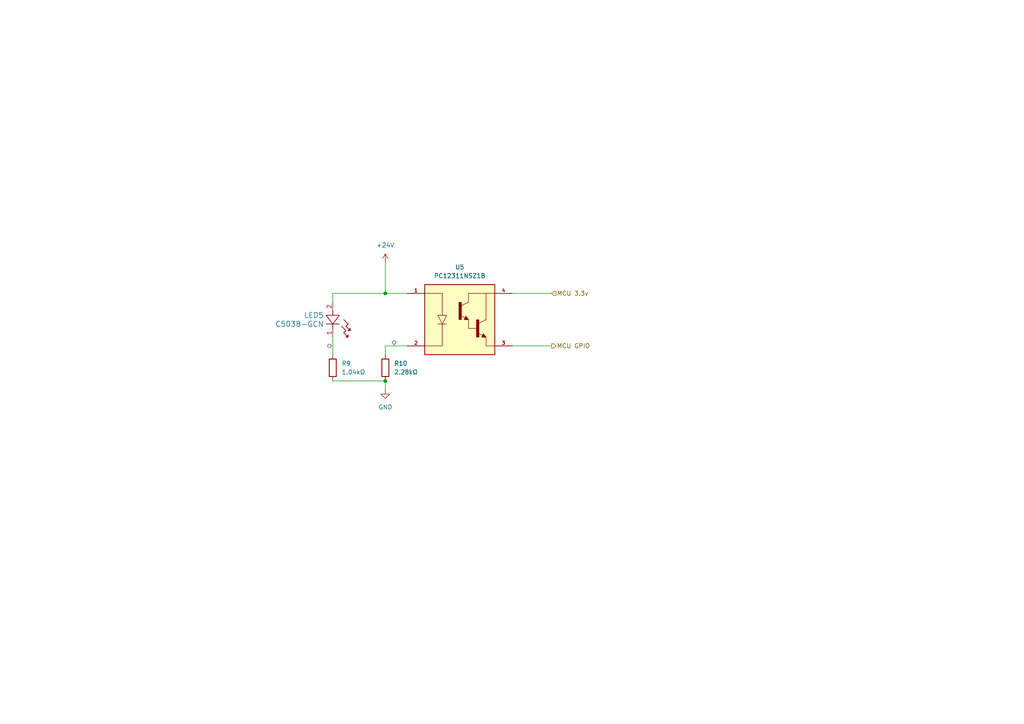
<source format=kicad_sch>
(kicad_sch (version 20230121) (generator eeschema)
  (paper "A4")
  (lib_symbols
    (symbol "CreeLED Green:C503B-GCN-CY0C0792" (pin_names (offset 0.254))
      (property "Reference" "LED" (at 5.08 -4.445 0))
      (property "Value" "C503B-GCN" (at 5.08 -7.62 0))
      (symbol "C503B-GCN-CY0C0792_1_1"
        (polyline (pts (xy 2.54 0) (xy 3.4798 0)) (stroke (width 0.2032)))
        (polyline (pts (xy 3.175 0) (xy 3.81 0)) (stroke (width 0.2032)))
        (polyline (pts (xy 3.81 -1.905) (xy 6.35 0)) (stroke (width 0.2032)))
        (polyline (pts (xy 3.81 1.905) (xy 3.81 -1.905)) (stroke (width 0.2032)))
        (polyline (pts (xy 5.08 3.175) (xy 6.35 4.445)) (stroke (width 0.2032)))
        (polyline (pts (xy 6.35 -1.905) (xy 6.35 1.905)) (stroke (width 0.2032)))
        (polyline (pts (xy 6.35 0) (xy 3.81 1.905)) (stroke (width 0.2032)))
        (polyline (pts (xy 6.35 0) (xy 7.62 0)) (stroke (width 0.2032)))
        (polyline (pts (xy 6.35 4.445) (xy 6.985 3.81)) (stroke (width 0.2032)))
        (polyline (pts (xy 6.985 2.54) (xy 8.255 3.81)) (stroke (width 0.2032)))
        (polyline (pts (xy 6.985 3.81) (xy 8.255 5.08)) (stroke (width 0.2032)))
        (polyline (pts (xy 7.62 5.08) (xy 8.255 4.445)) (stroke (width 0.2032)))
        (polyline (pts (xy 8.255 3.81) (xy 8.89 3.175)) (stroke (width 0.2032)))
        (polyline (pts (xy 8.255 4.445) (xy 8.255 5.08)) (stroke (width 0.2032)))
        (polyline (pts (xy 8.255 5.08) (xy 7.62 5.08)) (stroke (width 0.2032)))
        (polyline (pts (xy 8.89 3.175) (xy 10.16 4.445)) (stroke (width 0.2032)))
        (polyline (pts (xy 9.525 4.445) (xy 10.16 3.81)) (stroke (width 0.2032)))
        (polyline (pts (xy 10.16 3.81) (xy 10.16 4.445)) (stroke (width 0.2032)))
        (polyline (pts (xy 10.16 4.445) (xy 9.525 4.445)) (stroke (width 0.2032)))
        (pin unspecified line (at 10.16 0 180) (length 2.54) (name "") (number "1"))
        (pin unspecified line (at 0 0 0) (length 2.54) (name "") (number "2"))
      )
      (symbol "C503B-GCN-CY0C0792_1_2"
        (polyline (pts (xy -5.08 7.62) (xy -4.445 8.255)) (stroke (width 0.2032)))
        (polyline (pts (xy -5.08 8.255) (xy -5.08 7.62)) (stroke (width 0.2032)))
        (polyline (pts (xy -4.445 6.35) (xy -3.81 6.985)) (stroke (width 0.2032)))
        (polyline (pts (xy -4.445 8.255) (xy -5.08 8.255)) (stroke (width 0.2032)))
        (polyline (pts (xy -4.445 9.525) (xy -3.81 10.16)) (stroke (width 0.2032)))
        (polyline (pts (xy -4.445 10.16) (xy -4.445 9.525)) (stroke (width 0.2032)))
        (polyline (pts (xy -3.81 6.985) (xy -5.08 8.255)) (stroke (width 0.2032)))
        (polyline (pts (xy -3.81 8.255) (xy -3.175 8.89)) (stroke (width 0.2032)))
        (polyline (pts (xy -3.81 10.16) (xy -4.445 10.16)) (stroke (width 0.2032)))
        (polyline (pts (xy -3.175 5.08) (xy -4.445 6.35)) (stroke (width 0.2032)))
        (polyline (pts (xy -3.175 8.89) (xy -4.445 10.16)) (stroke (width 0.2032)))
        (polyline (pts (xy -2.54 6.985) (xy -3.81 8.255)) (stroke (width 0.2032)))
        (polyline (pts (xy -1.905 3.81) (xy 1.905 3.81)) (stroke (width 0.2032)))
        (polyline (pts (xy 0 2.54) (xy 0 3.4798)) (stroke (width 0.2032)))
        (polyline (pts (xy 0 3.175) (xy 0 3.81)) (stroke (width 0.2032)))
        (polyline (pts (xy 0 6.35) (xy -1.905 3.81)) (stroke (width 0.2032)))
        (polyline (pts (xy 0 6.35) (xy 0 7.62)) (stroke (width 0.2032)))
        (polyline (pts (xy 1.905 3.81) (xy 0 6.35)) (stroke (width 0.2032)))
        (polyline (pts (xy 1.905 6.35) (xy -1.905 6.35)) (stroke (width 0.2032)))
        (pin unspecified line (at 0 10.16 270) (length 2.54) (name "") (number "1"))
        (pin unspecified line (at 0 0 90) (length 2.54) (name "") (number "2"))
      )
    )
    (symbol "Device:R" (pin_numbers hide) (pin_names (offset 0))
      (property "Reference" "R" (at 2.032 0 90))
      (property "Value" "R" (at 0 0 90))
      (symbol "R_0_1"
        (rectangle (start -1.016 -2.54) (end 1.016 2.54) (stroke (width 0.254)))
      )
      (symbol "R_1_1"
        (pin passive line (at 0 3.81 270) (length 1.27) (name "~") (number "1"))
        (pin passive line (at 0 -3.81 90) (length 1.27) (name "~") (number "2"))
      )
    )
    (symbol "PC12311NSZ1B:PC12311NSZ1B"
      (property "Reference" "U" (at -11.43 12.7 0))
      (property "Value" "PC12311NSZ1B" (at -11.43 -10.16 0))
      (symbol "PC12311NSZ1B_0_0"
        (rectangle (start -11.43 11.43) (end 8.89 -8.89) (stroke (width 0.254)) (fill (type background)))
        (rectangle (start -1.524 1.27) (end -0.762 6.35) (stroke (width 0.1)) (fill (type outline)))
        (polyline (pts (xy -8.89 -6.35) (xy -11.43 -6.35)) (stroke (width 0.1524)))
        (polyline (pts (xy -8.89 8.89) (xy -11.43 8.89)) (stroke (width 0.1524)))
        (polyline (pts (xy -7.62 2.54) (xy -6.35 0)) (stroke (width 0.1524)))
        (polyline (pts (xy -6.35 -6.35) (xy -8.89 -6.35)) (stroke (width 0.1524)))
        (polyline (pts (xy -6.35 0) (xy -7.62 0)) (stroke (width 0.1524)))
        (polyline (pts (xy -6.35 0) (xy -6.35 -6.35)) (stroke (width 0.1524)))
        (polyline (pts (xy -6.35 0) (xy -5.08 2.54)) (stroke (width 0.1524)))
        (polyline (pts (xy -6.35 2.54) (xy -7.62 2.54)) (stroke (width 0.1524)))
        (polyline (pts (xy -6.35 2.54) (xy -6.35 8.89)) (stroke (width 0.1524)))
        (polyline (pts (xy -6.35 8.89) (xy -8.89 8.89)) (stroke (width 0.1524)))
        (polyline (pts (xy -5.08 0) (xy -6.35 0)) (stroke (width 0.1524)))
        (polyline (pts (xy -5.08 2.54) (xy -6.35 2.54)) (stroke (width 0.1524)))
        (polyline (pts (xy 0 1.27) (xy 0.508 2.286)) (stroke (width 0.1524)))
        (polyline (pts (xy 0.254 1.397) (xy 1.016 1.397)) (stroke (width 0.254)))
        (polyline (pts (xy 0.254 1.524) (xy 0.635 1.524)) (stroke (width 0.254)))
        (polyline (pts (xy 0.27 1.77) (xy -0.962 2.386)) (stroke (width 0.1524)))
        (polyline (pts (xy 0.508 2.032) (xy 0.254 1.524)) (stroke (width 0.254)))
        (polyline (pts (xy 0.508 2.286) (xy 1.27 1.27)) (stroke (width 0.1524)))
        (polyline (pts (xy 0.635 1.524) (xy 0.508 1.778)) (stroke (width 0.254)))
        (polyline (pts (xy 1.016 1.397) (xy 0.508 2.032)) (stroke (width 0.254)))
        (polyline (pts (xy 1.27 -1.27) (xy 3.81 -1.27)) (stroke (width 0.1524)))
        (polyline (pts (xy 1.27 1.27) (xy 0 1.27)) (stroke (width 0.1524)))
        (polyline (pts (xy 1.27 1.27) (xy 1.27 -1.27)) (stroke (width 0.1524)))
        (polyline (pts (xy 1.27 6.35) (xy -0.762 5.334)) (stroke (width 0.1524)))
        (polyline (pts (xy 1.27 6.35) (xy 1.27 8.89)) (stroke (width 0.1524)))
        (polyline (pts (xy 1.27 8.89) (xy 6.35 8.89)) (stroke (width 0.1524)))
        (polyline (pts (xy 5.08 -3.81) (xy 5.588 -2.794)) (stroke (width 0.1524)))
        (polyline (pts (xy 5.334 -3.683) (xy 6.096 -3.683)) (stroke (width 0.254)))
        (polyline (pts (xy 5.334 -3.556) (xy 5.715 -3.556)) (stroke (width 0.254)))
        (polyline (pts (xy 5.35 -3.31) (xy 4.118 -2.694)) (stroke (width 0.1524)))
        (polyline (pts (xy 5.588 -3.048) (xy 5.334 -3.556)) (stroke (width 0.254)))
        (polyline (pts (xy 5.588 -2.794) (xy 6.35 -3.81)) (stroke (width 0.1524)))
        (polyline (pts (xy 5.715 -3.556) (xy 5.588 -3.302)) (stroke (width 0.254)))
        (polyline (pts (xy 6.096 -3.683) (xy 5.588 -3.048)) (stroke (width 0.254)))
        (polyline (pts (xy 6.35 -6.35) (xy 8.89 -6.35)) (stroke (width 0.1524)))
        (polyline (pts (xy 6.35 -3.81) (xy 5.08 -3.81)) (stroke (width 0.1524)))
        (polyline (pts (xy 6.35 -3.81) (xy 6.35 -6.35)) (stroke (width 0.1524)))
        (polyline (pts (xy 6.35 1.27) (xy 4.318 0.254)) (stroke (width 0.1524)))
        (polyline (pts (xy 6.35 1.27) (xy 6.35 8.89)) (stroke (width 0.1524)))
        (polyline (pts (xy 6.35 8.89) (xy 8.89 8.89)) (stroke (width 0.1524)))
        (rectangle (start 3.556 -3.81) (end 4.318 1.27) (stroke (width 0.1)) (fill (type outline)))
        (pin passive line (at -16.51 8.89 0) (length 5.08) (name "~") (number "1"))
        (pin passive line (at -16.51 -6.35 0) (length 5.08) (name "~") (number "2"))
        (pin passive line (at 13.97 -6.35 180) (length 5.08) (name "~") (number "3"))
        (pin passive line (at 13.97 8.89 180) (length 5.08) (name "~") (number "4"))
      )
    )
    (symbol "power:+24V" (power) (pin_names (offset 0))
      (property "Value" "+24V" (at 0 3.556 0))
      (symbol "+24V_0_1"
        (polyline (pts (xy -0.762 1.27) (xy 0 2.54)))
        (polyline (pts (xy 0 0) (xy 0 2.54)))
        (polyline (pts (xy 0 2.54) (xy 0.762 1.27)))
      )
      (symbol "+24V_1_1"
        (pin power_in line (at 0 0 90) (length 0) hide (name "+24V") (number "1"))
      )
    )
    (symbol "power:GND" (power) (pin_names (offset 0))
      (property "Value" "GND" (at 0 -3.81 0))
      (symbol "GND_0_1"
        (polyline (pts (xy 0 0) (xy 0 -1.27) (xy 1.27 -1.27) (xy 0 -2.54) (xy -1.27 -1.27) (xy 0 -1.27)))
      )
      (symbol "GND_1_1"
        (pin power_in line (at 0 0 270) (length 0) hide (name "GND") (number "1"))
      )
    )
  )
  (junction (at 111.76 110.49))
  (junction (at 111.76 85.09))
  (wire (pts (xy 96.52 85.09) (xy 111.76 85.09)))
  (wire (pts (xy 148.59 85.09) (xy 160.02 85.09)))
  (wire (pts (xy 111.76 76.2) (xy 111.76 85.09)))
  (wire (pts (xy 96.52 97.79) (xy 96.52 102.87)))
  (wire (pts (xy 96.52 110.49) (xy 111.76 110.49)))
  (wire (pts (xy 111.76 100.33) (xy 111.76 102.87)))
  (wire (pts (xy 148.59 100.33) (xy 160.02 100.33)))
  (wire (pts (xy 111.76 85.09) (xy 118.11 85.09)))
  (wire (pts (xy 96.52 87.63) (xy 96.52 85.09)))
  (wire (pts (xy 118.11 100.33) (xy 111.76 100.33)))
  (wire (pts (xy 111.76 110.49) (xy 111.76 113.03)))
  (hierarchical_label "MCU 3.3v" (shape input) (at 160.02 85.09 0))
  (hierarchical_label "MCU GPIO" (shape output) (at 160.02 100.33 0))
  (netclass_flag "" (length 1) (shape round) (at 114.3 100.33 0) (property "Netclass" "power" (effects hide)))
  (netclass_flag "" (length 1) (shape round) (at 96.52 100.33 90) (property "Netclass" "power" (effects hide)))
  (symbol (lib_id "power:+24V") (at 111.76 76.2 0) (unit 1)
    (property "Reference" "#PWR019" (effects hide))
    (property "Value" "+24V" (at 111.76 71.12 0))
  )
  (symbol (lib_id "PC12311NSZ1B:PC12311NSZ1B") (at 134.62 93.98 0) (unit 1)
    (property "Reference" "U5" (at 133.35 77.47 0))
    (property "Value" "PC12311NSZ1B" (at 133.35 80.01 0))
    (property "Footprint" "PC12311NSZ1B:PC12311NSZ1B" (effects hide))
    (property "Datasheet" "https://datasheet.datasheetarchive.com/originals/distributors/Datasheets_SAMA/562baaf804994183fb5e18c5f5c92935.pdf" (effects hide))
    (property "Height" "4.45" (effects hide))
    (property "Mouser Part Number" "852-PC12311NSZ1B" (effects hide))
    (property "Mouser Price/Stock" "https://www.mouser.co.uk/ProductDetail/Sharp-Microelectronics/PC12311NSZ1B?qs=0lSvoLzn4L8JFTcuQxvmTA%3D%3D" (effects hide))
    (property "Manufacturer_Name" "Sharp Microelectronics" (effects hide))
    (property "Manufacturer_Part_Number" "PC12311NSZ1B" (effects hide))
  )
  (symbol (lib_id "Device:R") (at 96.52 106.68 0) (unit 1)
    (property "Reference" "R9" (at 99.06 105.41 0) (effects (justify left)))
    (property "Value" "1.04kΩ" (at 99.06 107.95 0) (effects (justify left)))
    (property "Footprint" "Resistor:R_Axial_DIN0204_L3.6mm_D1.6mm_P5.08mm_Horizontal-JW" (effects hide))
  )
  (symbol (lib_id "CreeLED Green:C503B-GCN-CY0C0792") (at 96.52 87.63 270) (unit 1)
    (property "Reference" "LED5" (at 93.98 91.44 90) (effects (font (size 1.524 1.524)) (justify right)))
    (property "Value" "C503B-GCN" (at 93.98 93.98 90) (effects (font (size 1.524 1.524)) (justify right)))
    (property "Footprint" "CreeLED Green:C503B_GCN_CY0C0792" (effects hide))
    (property "Datasheet" "C503B-GCN-CY0C0792" (effects hide))
  )
  (symbol (lib_id "Device:R") (at 111.76 106.68 0) (unit 1)
    (property "Reference" "R10" (at 114.3 105.41 0) (effects (justify left)))
    (property "Value" "2.28kΩ" (at 114.3 107.95 0) (effects (justify left)))
    (property "Footprint" "Resistor:R_Axial_DIN0204_L3.6mm_D1.6mm_P5.08mm_Horizontal-JW" (effects hide))
  )
  (symbol (lib_id "power:GND") (at 111.76 113.03 0) (unit 1)
    (property "Reference" "#PWR020" (effects hide))
    (property "Value" "GND" (at 111.76 118.11 0))
  )
)
</source>
